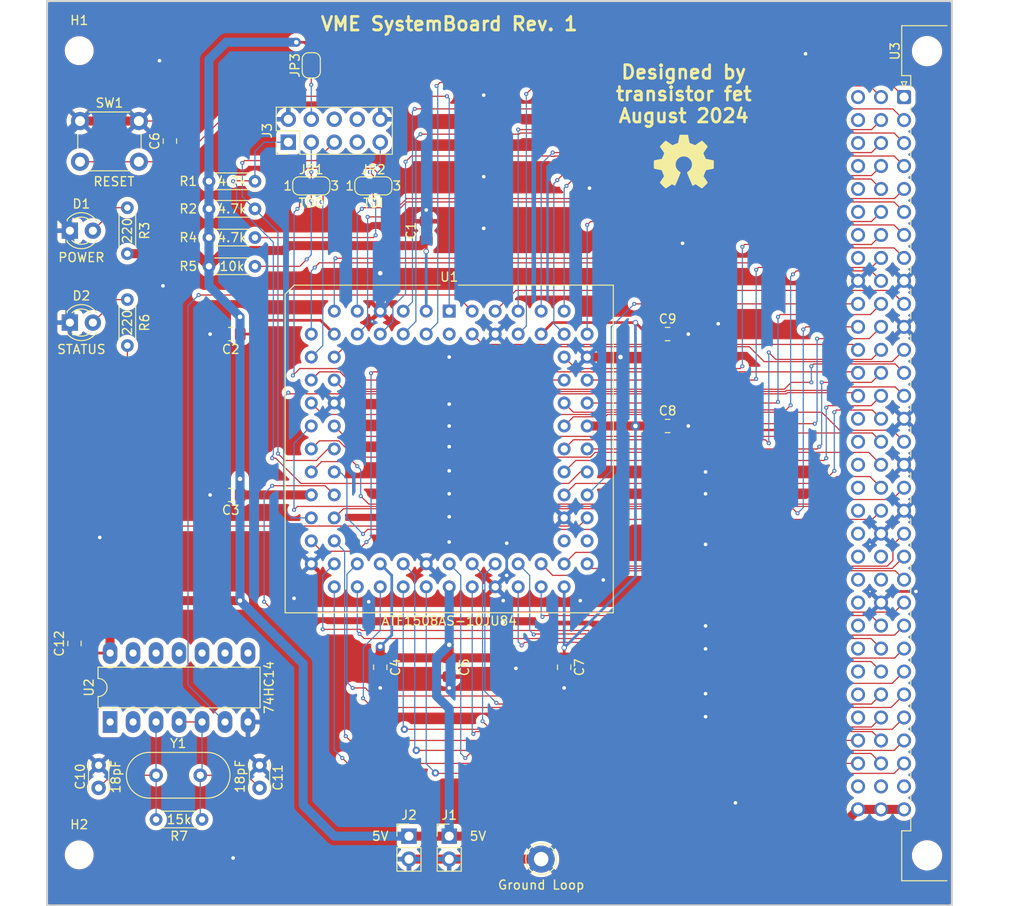
<source format=kicad_pcb>
(kicad_pcb (version 20240108) (generator "pcbnew") (generator_version "8.0")
  (title_block (title "VME SystemBoard") (rev "1"))
  (layers (0 "F.Cu" signal) (31 "B.Cu" signal) (34 "B.Paste" user) (35 "F.Paste" user) (36 "B.SilkS" user "B.Silkscreen") (37 "F.SilkS" user "F.Silkscreen") (38 "B.Mask" user) (39 "F.Mask" user) (44 "Edge.Cuts" user))
  (net 0 "")
  (net 1 "+5V")
  (net 2 "GND")
  (net 3 "Net-(C10-Pad1)")
  (net 4 "Net-(C11-Pad1)")
  (net 5 "~{RESET}")
  (net 6 "Net-(D1-A)")
  (net 7 "TMS")
  (net 8 "TCK")
  (net 9 "TDO")
  (net 10 "TDI")
  (net 11 "Net-(D2-A)")
  (net 12 "~{BBSY}")
  (net 13 "~{BR3}")
  (net 14 "~{IRQ6}")
  (net 15 "~{IACKOUT}")
  (net 16 "~{IRQ1}")
  (net 17 "~{BG3OUT}")
  (net 18 "~{BG3IN}")
  (net 19 "~{BG0IN}")
  (net 20 "~{BCLR}")
  (net 21 "~{SYSRESET}")
  (net 23 "~{BR1}")
  (net 24 "~{BG1IN}")
  (net 26 "~{IRQ3}")
  (net 27 "~{BG2OUT}")
  (net 28 "STATUSLED")
  (net 29 "~{IACKIN}")
  (net 30 "~{IRQ2}")
  (net 31 "~{IRQ7}")
  (net 32 "~{BG0OUT}")
  (net 33 "~{SYSFAIL}")
  (net 34 "~{IRQ5}")
  (net 35 "~{IRQ4}")
  (net 36 "~{BR0}")
  (net 38 "SYSCLK")
  (net 39 "~{BG2IN}")
  (net 40 "~{BG1OUT}")
  (net 41 "~{ACFAIL}")
  (net 42 "~{BR2}")
  (net 43 "~{IACK}")
  (net 44 "CLK")
  (net 67 "A8")
  (net 71 "A9")
  (net 74 "Net-(J3-Pin_9)")
  (net 75 "D3")
  (net 76 "AM0")
  (net 77 "~{DTACK}")
  (net 78 "D2")
  (net 79 "~{AS}")
  (net 80 "AM4")
  (net 81 "AM5")
  (net 82 "~{WRITE}")
  (net 83 "D1")
  (net 84 "AM1")
  (net 85 "D4")
  (net 86 "D6")
  (net 87 "A7")
  (net 88 "D0")
  (net 89 "~{LWORD}")
  (net 90 "A1")
  (net 91 "A2")
  (net 92 "A4")
  (net 93 "AM3")
  (net 94 "A5")
  (net 95 "A6")
  (net 96 "~{DS1}")
  (net 97 "A3")
  (net 98 "~{DS0}")
  (net 99 "D5")
  (net 100 "AM2")
  (net 101 "D7")
  (net 102 "~{BERR}")
  (net 104 "Net-(J3-Pin_4)")
  (net 107 "Net-(J3-Pin_3)")
  (footprint "Connector_DIN:DIN41612_C_3x32_Male_Horizontal_THT" (layer "F.Cu") (at 132.8 36.03 -90)
    (property "Reference" "U3")
    (property "Value" "VME64-P1-3R")
  )
  (footprint "Connector_PinHeader_2.54mm:PinHeader_2x05_P2.54mm_Vertical" (layer "F.Cu") (at 64.77 41.021 90)
    (property "Reference" "J3")
    (property "Value" "JTAG")
  )
  (footprint "Crystal:Crystal_HC49-4H_Vertical" (layer "F.Cu") (at 50.165 110.998)
    (property "Reference" "Y1")
    (property "Value" "Crystal")
  )
  (footprint "Resistor_THT:R_Axial_DIN0204_L3.6mm_D1.6mm_P5.08mm_Horizontal" (layer "F.Cu") (at 56.007 48.387)
    (property "Reference" "R2")
    (property "Value" "4.7k")
  )
  (footprint "LED_THT:LED_D3.0mm" (layer "F.Cu") (at 40.64 50.8)
    (property "Reference" "D1")
    (property "Value" "POWER")
  )
  (footprint "TestPoint:TestPoint_Loop_D2.60mm_Drill1.6mm_Beaded" (layer "F.Cu") (at 92.71 120.269)
    (property "Reference" "TP1")
    (property "Value" "Ground Loop")
  )
  (footprint "MountingHole:MountingHole_2.7mm_M2.5_DIN965" (layer "F.Cu") (at 41.67 30.9)
    (property "Reference" "H1")
    (property "Value" "MountingHole" (hide yes))
  )
  (footprint "Capacitor_THT:C_Disc_D3.0mm_W2.0mm_P2.50mm" (layer "F.Cu") (at 61.595 112.395 90)
    (property "Reference" "C11")
    (property "Value" "18pF")
  )
  (footprint "LED_THT:LED_D3.0mm" (layer "F.Cu") (at 40.64 60.96)
    (property "Reference" "D2")
    (property "Value" "STATUS")
  )
  (footprint "Capacitor_SMD:C_0805_2012Metric_Pad1.18x1.45mm_HandSolder" (layer "F.Cu") (at 82.55 99.06 -90)
    (property "Reference" "C5")
    (property "Value" "0.1uF")
  )
  (footprint "Capacitor_SMD:C_0805_2012Metric_Pad1.18x1.45mm_HandSolder" (layer "F.Cu") (at 106.68 72.39)
    (property "Reference" "C8")
    (property "Value" "0.1uF")
  )
  (footprint "Capacitor_SMD:C_0805_2012Metric_Pad1.18x1.45mm_HandSolder" (layer "F.Cu") (at 80.01 50.8 90)
    (property "Reference" "C1")
    (property "Value" "0.1uF")
  )
  (footprint "Resistor_THT:R_Axial_DIN0204_L3.6mm_D1.6mm_P5.08mm_Horizontal" (layer "F.Cu") (at 56.007 45.339)
    (property "Reference" "R1")
    (property "Value" "4.7k")
  )
  (footprint "Resistor_THT:R_Axial_DIN0204_L3.6mm_D1.6mm_P5.08mm_Horizontal" (layer "F.Cu") (at 46.99 63.5 90)
    (property "Reference" "R6")
    (property "Value" "220")
  )
  (footprint "Resistor_THT:R_Axial_DIN0204_L3.6mm_D1.6mm_P5.08mm_Horizontal" (layer "F.Cu") (at 56.007 51.562)
    (property "Reference" "R4")
    (property "Value" "4.7k")
  )
  (footprint "Resistor_THT:R_Axial_DIN0204_L3.6mm_D1.6mm_P5.08mm_Horizontal" (layer "F.Cu") (at 55.245 115.8875 180)
    (property "Reference" "R7")
    (property "Value" "15k")
  )
  (footprint "Resistor_THT:R_Axial_DIN0204_L3.6mm_D1.6mm_P5.08mm_Horizontal" (layer "F.Cu") (at 56.007 54.737)
    (property "Reference" "R5")
    (property "Value" "10k")
  )
  (footprint "Capacitor_SMD:C_0805_2012Metric_Pad1.18x1.45mm_HandSolder" (layer "F.Cu") (at 106.68 62.23)
    (property "Reference" "C9")
    (property "Value" "0.1uF")
  )
  (footprint "Jumper:SolderJumper-2_P1.3mm_Open_RoundedPad1.0x1.5mm" (layer "F.Cu") (at 67.31 32.527 90)
    (property "Reference" "JP3")
    (property "Value" "Vcc")
  )
  (footprint "Capacitor_SMD:C_0805_2012Metric_Pad1.18x1.45mm_HandSolder" (layer "F.Cu") (at 51.689 40.894 90)
    (property "Reference" "C6")
    (property "Value" "0.1uF")
  )
  (footprint "Jumper:SolderJumper-3_P1.3mm_Bridged12_RoundedPad1.0x1.5mm_NumberLabels" (layer "F.Cu") (at 67.31 45.847)
    (property "Reference" "JP1")
    (property "Value" "TDO")
  )
  (footprint "Capacitor_SMD:C_0805_2012Metric_Pad1.18x1.45mm_HandSolder" (layer "F.Cu") (at 41.148 96.435 90)
    (property "Reference" "C12")
    (property "Value" "0.1uF")
  )
  (footprint "Symbol:OSHW-Symbol_6.7x6mm_SilkScreen" (layer "F.Cu") (at 108.458 43.18)
    (property "Reference" "S1" (hide yes))
    (property "Value" "Logo_Open_Hardware_Small" (hide yes))
  )
  (footprint "Button_Switch_THT:SW_PUSH_6mm" (layer "F.Cu") (at 41.76 38.68)
    (property "Reference" "SW1")
    (property "Value" "RESET")
  )
  (footprint "Connector_PinHeader_2.54mm:PinHeader_1x02_P2.54mm_Vertical" (layer "F.Cu") (at 82.55 117.729)
    (property "Reference" "J1")
    (property "Value" "5V")
  )
  (footprint "Capacitor_SMD:C_0805_2012Metric_Pad1.18x1.45mm_HandSolder" (layer "F.Cu") (at 95.25 99.06 -90)
    (property "Reference" "C7")
    (property "Value" "0.1uF")
  )
  (footprint "Capacitor_SMD:C_0805_2012Metric_Pad1.18x1.45mm_HandSolder" (layer "F.Cu") (at 58.42 62.23 180)
    (property "Reference" "C2")
    (property "Value" "0.1uF")
  )
  (footprint "Capacitor_THT:C_Disc_D3.0mm_W2.0mm_P2.50mm" (layer "F.Cu") (at 43.815 112.395 90)
    (property "Reference" "C10")
    (property "Value" "18pF")
  )
  (footprint "Capacitor_SMD:C_0805_2012Metric_Pad1.18x1.45mm_HandSolder" (layer "F.Cu") (at 58.42 80.01 180)
    (property "Reference" "C3")
    (property "Value" "0.1uF")
  )
  (footprint "Package_LCC:PLCC-84_THT-Socket" (layer "F.Cu") (at 82.55 59.69)
    (property "Reference" "U1")
    (property "Value" "ATF1508AS-10JU84")
  )
  (footprint "Connector_PinHeader_2.54mm:PinHeader_1x02_P2.54mm_Vertical" (layer "F.Cu") (at 78.105 117.729)
    (property "Reference" "J2")
    (property "Value" "5V")
  )
  (footprint "Package_DIP:DIP-14_W7.62mm_LongPads" (layer "F.Cu") (at 45.08 105.1075 90)
    (property "Reference" "U2")
    (property "Value" "74HC14")
  )
  (footprint "Resistor_THT:R_Axial_DIN0204_L3.6mm_D1.6mm_P5.08mm_Horizontal" (layer "F.Cu") (at 46.99 53.34 90)
    (property "Reference" "R3")
    (property "Value" "220")
  )
  (footprint "MountingHole:MountingHole_2.7mm_M2.5_DIN965" (layer "F.Cu") (at 41.67 119.8)
    (property "Reference" "H2")
    (property "Value" "MountingHole" (hide yes))
  )
  (footprint "Capacitor_SMD:C_0805_2012Metric_Pad1.18x1.45mm_HandSolder" (layer "F.Cu") (at 74.93 99.06 -90)
    (property "Reference" "C4")
    (property "Value" "0.1uF")
  )
  (footprint "Jumper:SolderJumper-3_P1.3mm_Bridged12_RoundedPad1.0x1.5mm_NumberLabels" (layer "F.Cu") (at 74.168 45.847)
    (property "Reference" "JP2")
    (property "Value" "TDI")
  )
  (gr_rect (start 38.1 25.4) (end 138.1 125.4) (stroke (width 0.2)) (fill none) (layer "Edge.Cuts"))
  (gr_text "Designed by\ntransistor fet\nAugust 2024" (at 108.458 35.687 0) (layer "F.SilkS") (effects (font (size 1.5 1.5) (thickness 0.3))))
  (gr_text "VME SystemBoard Rev. 1\n" (at 82.55 27.94 0) (layer "F.SilkS") (effects (font (size 1.5 1.5) (thickness 0.3))))
  (segment (start 78.105 117.856) (end 77.978 117.983) (width 1) (layer "F.Cu") (net 1))
  (segment (start 59.436 79.9885) (end 59.4575 80.01) (width 1) (layer "F.Cu") (net 1))
  (segment (start 78.105 117.729) (end 78.105 117.856) (width 1) (layer "F.Cu") (net 1))
  (segment (start 41.163 97.4875) (end 41.148 97.4725) (width 0.3) (layer "F.Cu") (net 1))
  (segment (start 45.08 97.4875) (end 41.163 97.4875) (width 0.3) (layer "F.Cu") (net 1))
  (segment (start 82.55 117.729) (end 124.761 117.729) (width 1) (layer "F.Cu") (net 1))
  (segment (start 62.103 60.706) (end 68.326 60.706) (width 0.3) (layer "F.Cu") (net 1))
  (segment (start 124.761 117.729) (end 127.72 114.77) (width 1) (layer "F.Cu") (net 1))
  (segment (start 130.26 114.77) (end 132.8 114.77) (width 1) (layer "F.Cu") (net 1))
  (segment (start 66.548 29.972) (end 65.659 29.972) (width 0.3) (layer "F.Cu") (net 1))
  (segment (start 80.01 51.8375) (end 80.01 53.086) (width 0.3) (layer "F.Cu") (net 1))
  (segment (start 60.579 62.23) (end 62.103 60.706) (width 0.3) (layer "F.Cu") (net 1))
  (segment (start 78.105 117.729) (end 82.55 117.729) (width 1) (layer "F.Cu") (net 1))
  (segment (start 82.55 98.0225) (end 95.25 98.0225) (width 1) (layer "F.Cu") (net 1))
  (segment (start 95.25 98.0225) (end 95.25 96.901) (width 0.3) (layer "F.Cu") (net 1))
  (segment (start 64.262 52.994) (end 64.805 52.451) (width 1) (layer "F.Cu") (net 1))
  (segment (start 56.007 54.737) (end 57.75 52.994) (width 1) (layer "F.Cu") (net 1))
  (segment (start 67.31 31.877) (end 67.31 30.734) (width 0.3) (layer "F.Cu") (net 1))
  (segment (start 59.436 78.232) (end 59.436 79.9885) (width 1) (layer "F.Cu") (net 1))
  (segment (start 105.6425 62.23) (end 104.394 62.23) (width 0.3) (layer "F.Cu") (net 1))
  (segment (start 97.79 72.39) (end 103.124 72.39) (width 1) (layer "F.Cu") (net 1))
  (segment (start 54.61 53.34) (end 56.007 54.737) (width 1) (layer "F.Cu") (net 1))
  (segment (start 82.55 98.0225) (end 74.93 98.0225) (width 1) (layer "F.Cu") (net 1))
  (segment (start 59.436 60.325) (end 59.436 62.2085) (width 1) (layer "F.Cu") (net 1))
  (segment (start 67.31 80.01) (end 59.4575 80.01) (width 1) (layer "F.Cu") (net 1))
  (segment (start 127.72 114.77) (end 130.26 114.77) (width 1) (layer "F.Cu") (net 1))
  (segment (start 45.08 94.874) (end 45.08 97.4875) (width 1) (layer "F.Cu") (net 1))
  (segment (start 48.26 91.694) (end 45.08 94.874) (width 1) (layer "F.Cu") (net 1))
  (segment (start 74.93 98.0225) (end 74.93 96.774) (width 1) (layer "F.Cu") (net 1))
  (segment (start 46.99 53.34) (end 54.61 53.34) (width 1) (layer "F.Cu") (net 1))
  (segment (start 57.75 52.994) (end 64.262 52.994) (width 1) (layer "F.Cu") (net 1))
  (segment (start 67.31 30.734) (end 66.548 29.972) (width 0.3) (layer "F.Cu") (net 1))
  (segment (start 59.4575 62.23) (end 60.579 62.23) (width 0.3) (layer "F.Cu") (net 1))
  (segment (start 82.55 96.5755) (end 82.55 98.0225) (width 1) (layer "F.Cu") (net 1))
  (segment (start 93.98 60.96) (end 92.71 62.23) (width 0.3) (layer "F.Cu") (net 1))
  (segment (start 59.436 62.2085) (end 59.4575 62.23) (width 1) (layer "F.Cu") (net 1))
  (segment (start 59.436 91.694) (end 48.26 91.694) (width 1) (layer "F.Cu") (net 1))
  (segment (start 68.326 60.706) (end 69.85 62.23) (width 0.3) (layer "F.Cu") (net 1))
  (segment (start 64.805 52.451) (end 79.3965 52.451) (width 1) (layer "F.Cu") (net 1))
  (segment (start 104.394 62.23) (end 103.124 60.96) (width 0.3) (layer "F.Cu") (net 1))
  (segment (start 103.124 60.96) (end 93.98 60.96) (width 0.3) (layer "F.Cu") (net 1))
  (segment (start 103.124 72.39) (end 105.6425 72.39) (width 1) (layer "F.Cu") (net 1))
  (segment (start 79.3965 52.451) (end 80.01 51.8375) (width 1) (layer "F.Cu") (net 1))
  (via (at 82.55 96.5755) (size 1) (drill 0.5) (layers "F.Cu" "B.Cu") (net 1))
  (via (at 59.436 60.325) (size 1) (drill 0.5) (layers "F.Cu" "B.Cu") (net 1))
  (via (at 95.25 96.901) (size 0.6) (drill 0.4) (layers "F.Cu" "B.Cu") (net 1))
  (via (at 74.93 96.774) (size 1) (drill 0.5) (layers "F.Cu" "B.Cu") (net 1))
  (via (at 80.01 53.086) (size 0.6) (drill 0.4) (layers "F.Cu" "B.Cu") (net 1))
  (via (at 65.659 29.972) (size 1) (drill 0.5) (layers "F.Cu" "B.Cu") (net 1))
  (via (at 103.124 72.39) (size 1) (drill 0.5) (layers "F.Cu" "B.Cu") (net 1))
  (via (at 103.124 60.96) (size 0.6) (drill 0.4) (layers "F.Cu" "B.Cu") (net 1))
  (via (at 59.436 78.232) (size 1) (drill 0.5) (layers "F.Cu" "B.Cu") (net 1))
  (via (at 59.436 91.694) (size 1) (drill 0.5) (layers "F.Cu" "B.Cu") (net 1))
  (segment (start 76.2 95.504) (end 76.2 88.9) (width 0.3) (layer "B.Cu") (net 1))
  (segment (start 69.85 117.729) (end 78.105 117.729) (width 1) (layer "B.Cu") (net 1))
  (segment (start 66.421 114.3) (end 69.85 117.729) (width 1) (layer "B.Cu") (net 1))
  (segment (start 81.153 102.235) (end 82.55 103.632) (width 1) (layer "B.Cu") (net 1))
  (segment (start 80.01 53.086) (end 80.01 59.69) (width 0.3) (layer "B.Cu") (net 1))
  (segment (start 56.007 51.562) (end 56.007 54.737) (width 1) (layer "B.Cu") (net 1))
  (segment (start 56.007 54.737) (end 56.007 56.896) (width 1) (layer "B.Cu") (net 1))
  (segment (start 56.007 48.387) (end 56.007 51.562) (width 1) (layer "B.Cu") (net 1))
  (segment (start 57.912 29.972) (end 65.659 29.972) (width 1) (layer "B.Cu") (net 1))
  (segment (start 95.25 96.901) (end 95.25 90.17) (width 0.3) (layer "B.Cu") (net 1))
  (segment (start 76.2 88.9) (end 74.93 87.63) (width 0.3) (layer "B.Cu") (net 1))
  (segment (start 82.55 96.5755) (end 82.55 90.17) (width 1) (layer "B.Cu") (net 1))
  (segment (start 81.153 97.9725) (end 81.153 102.235) (width 1) (layer "B.Cu") (net 1))
  (segment (start 59.436 78.232) (end 59.436 91.694) (width 1) (layer "B.Cu") (net 1))
  (segment (start 95.25 96.901) (end 103.124 89.027) (width 0.3) (layer "B.Cu") (net 1))
  (segment (start 82.55 96.5755) (end 81.153 97.9725) (width 1) (layer "B.Cu") (net 1))
  (segment (start 82.55 103.632) (end 82.55 117.729) (width 1) (layer "B.Cu") (net 1))
  (segment (start 103.124 89.027) (end 103.124 72.39) (width 0.3) (layer "B.Cu") (net 1))
  (segment (start 56.007 45.339) (end 56.007 31.877) (width 1) (layer "B.Cu") (net 1))
  (segment (start 56.007 31.877) (end 57.912 29.972) (width 1) (layer "B.Cu") (net 1))
  (segment (start 103.124 60.96) (end 103.124 72.39) (width 0.3) (layer "B.Cu") (net 1))
  (segment (start 74.93 96.774) (end 76.2 95.504) (width 0.3) (layer "B.Cu") (net 1))
  (segment (start 56.007 45.339) (end 56.007 48.387) (width 1) (layer "B.Cu") (net 1))
  (segment (start 56.007 56.896) (end 59.436 60.325) (width 1) (layer "B.Cu") (net 1))
  (segment (start 59.436 60.325) (end 59.436 78.232) (width 1) (layer "B.Cu") (net 1))
  (segment (start 59.436 91.694) (end 66.421 98.679) (width 1) (layer "B.Cu") (net 1))
  (segment (start 66.421 98.679) (end 66.421 114.3) (width 1) (layer "B.Cu") (net 1))
  (segment (start 78.105 120.269) (end 82.55 120.269) (width 1) (layer "F.Cu") (net 2))
  (segment (start 74.93 100.0975) (end 74.93 101.346) (width 0.3) (layer "F.Cu") (net 2))
  (segment (start 134.112 90.678) (end 131.492 90.678) (width 0.3) (layer "F.Cu") (net 2))
  (segment (start 80.01 49.7625) (end 80.01 48.514) (width 0.3) (layer "F.Cu") (net 2))
  (segment (start 107.7175 62.23) (end 108.966 62.23) (width 0.3) (layer "F.Cu") (net 2))
  (segment (start 97.79 64.77) (end 101.473 64.77) (width 1) (layer "F.Cu") (net 2))
  (segment (start 48.26 38.68) (end 50.5125 38.68) (width 0.127) (layer "F.Cu") (net 2))
  (segment (start 95.25 100.0975) (end 95.25 101.346) (width 0.3) (layer "F.Cu") (net 2))
  (segment (start 82.55 120.269) (end 92.71 120.269) (width 1) (layer "F.Cu") (net 2))
  (segment (start 107.7175 72.39) (end 108.966 72.39) (width 0.3) (layer "F.Cu") (net 2))
  (segment (start 57.3825 80.01) (end 56.134 80.01) (width 0.3) (layer "F.Cu") (net 2))
  (segment (start 57.3825 62.23) (end 56.134 62.23) (width 0.3) (layer "F.Cu") (net 2))
  (segment (start 131.492 90.678) (end 130.26 91.91) (width 0.3) (layer "F.Cu") (net 2))
  (segment (start 50.5125 38.68) (end 51.689 39.8565) (width 0.127) (layer "F.Cu") (net 2))
  (segment (start 82.55 100.0975) (end 82.55 101.346) (width 0.3) (layer "F.Cu") (net 2))
  (segment (start 41.76 38.68) (end 48.26 38.68) (width 1) (layer "F.Cu") (net 2))
  (via (at 65.405 91.44) (size 0.6) (drill 0.4) (layers "F.Cu" "B.Cu") (net 2))
  (via (at 82.55 69.977) (size 0.6) (drill 0.4) (layers "F.Cu" "B.Cu") (net 2))
  (via (at 88.519 94.107) (size 0.6) (drill 0.4) (layers "F.Cu" "B.Cu") (net 2))
  (via (at 86.36 35.814) (size 0.6) (drill 0.4) (layers "F.Cu" "B.Cu") (net 2))
  (via (at 86.36 44.831) (size 0.6) (drill 0.4) (layers "F.Cu" "B.Cu") (net 2))
  (via (at 110.871 97.028) (size 0.6) (drill 0.4) (layers "F.Cu" "B.Cu") (net 2))
  (via (at 101.473 64.77) (size 1) (drill 0.5) (layers "F.Cu" "B.Cu") (net 2))
  (via (at 86.36 50.546) (size 0.6) (drill 0.4) (layers "F.Cu" "B.Cu") (net 2))
  (via (at 129.032 85.471) (size 0.45) (drill 0.2) (layers "F.Cu" "B.Cu") (net 2))
  (via (at 82.55 82.423) (size 0.6) (drill 0.4) (layers "F.Cu" "B.Cu") (net 2))
  (via (at 112.268 61.087) (size 0.6) (drill 0.4) (layers "F.Cu" "B.Cu") (net 2))
  (via (at 89.916 99.187) (size 0.6) (drill 0.4) (layers "F.Cu" "B.Cu") (net 2))
  (via (at 108.966 72.39) (size 0.6) (drill 0.4) (layers "F.Cu" "B.Cu") (net 2))
  (via (at 82.55 64.77) (size 0.6) (drill 0.4) (layers "F.Cu" "B.Cu") (net 2))
  (via (at 56.134 80.01) (size 0.6) (drill 0.4) (layers "F.Cu" "B.Cu") (net 2))
  (via (at 82.55 79.883) (size 0.6) (drill 0.4) (layers "F.Cu" "B.Cu") (net 2))
  (via (at 98.044 46.101) (size 0.6) (drill 0.4) (layers "F.Cu" "B.Cu") (net 2))
  (via (at 58.674 120.142) (size 0.6) (drill 0.4) (layers "F.Cu" "B.Cu") (net 2))
  (via (at 108.966 62.23) (size 0.6) (drill 0.4) (layers "F.Cu" "B.Cu") (net 2))
  (via (at 88.519 91.694) (size 0.6) (drill 0.4) (layers "F.Cu" "B.Cu") (net 2))
  (via (at 82.55 85.217) (size 0.6) (drill 0.4) (layers "F.Cu" "B.Cu") (net 2))
  (via (at 74.041 60.833) (size 0.45) (drill 0.2) (layers "F.Cu" "B.Cu") (net 2))
  (via (at 82.55 77.343) (size 0.6) (drill 0.4) (layers "F.Cu" "B.Cu") (net 2))
  (via (at 74.93 101.346) (size 0.6) (drill 0.4) (layers "F.Cu" "B.Cu") (net 2))
  (via (at 97.028 91.694) (size 0.6) (drill 0.4) (layers "F.Cu" "B.Cu") (net 2))
  (via (at 88.9 88.9) (size 0.6) (drill 0.4) (layers "F.Cu" "B.Cu") (net 2))
  (via (at 80.01 48.514) (size 0.6) (drill 0.4) (layers "F.Cu" "B.Cu") (net 2))
  (via (at 50.927 56.896) (size 0.6) (drill 0.4) (layers "F.Cu" "B.Cu") (net 2))
  (via (at 134.112 90.678) (size 0.6) (drill 0.4) (layers "F.Cu" "B.Cu") (net 2))
  (via (at 110.871 94.488) (size 0.6) (drill 0.4) (layers "F.Cu" "B.Cu") (net 2))
  (via (at 82.55 74.676) (size 0.6) (drill 0.4) (layers "F.Cu" "B.Cu") (net 2))
  (via (at 95.25 101.346) (size 0.6) (drill 0.4) (layers "F.Cu" "B.Cu") (net 2))
  (via (at 82.55 101.346) (size 0.6) (drill 0.4) (layers "F.Cu" "B.Cu") (net 2))
  (via (at 88.9 85.344) (size 0.6) (drill 0.4) (layers "F.Cu" "B.Cu") (net 2))
  (via (at 56.134 62.23) (size 0.6) (drill 0.4) (layers "F.Cu" "B.Cu") (net 2))
  (via (at 73.66 91.821) (size 0.6) (drill 0.4) (layers "F.Cu" "B.Cu") (net 2))
  (via (at 82.55 72.39) (size 0.6) (drill 0.4) (layers "F.Cu" "B.Cu") (net 2))
  (via (at 110.871 104.521) (size 0.6) (drill 0.4) (layers "F.Cu" "B.Cu") (net 2))
  (via (at 99.568 89.408) (size 0.6) (drill 0.4) (layers "F.Cu" "B.Cu") (net 2))
  (via (at 74.93 55.499) (size 1) (drill 0.5) (layers "F.Cu" "B.Cu") (net 2))
  (via (at 121.92 31.242) (size 0.6) (drill 0.4) (layers "F.Cu" "B.Cu") (net 2))
  (via (at 110.871 77.47) (size 0.6) (drill 0.4) (layers "F.Cu" "B.Cu") (net 2))
  (via (at 110.871 85.471) (size 0.6) (drill 0.4) (layers "F.Cu" "B.Cu") (net 2))
  (via (at 114.173 114.046) (size 0.6) (drill 0.4) (layers "F.Cu" "B.Cu") (net 2))
  (via (at 129.032 90.678) (size 0.45) (drill 0.2) (layers "F.Cu" "B.Cu") (net 2))
  (via (at 108.331 52.197) (size 0.6) (drill 0.4) (layers "F.Cu" "B.Cu") (net 2))
  (via (at 110.871 79.883) (size 0.6) (drill 0.4) (layers "F.Cu" "B.Cu") (net 2))
  (via (at 43.942 84.709) (size 0.6) (drill 0.4) (layers "F.Cu" "B.Cu") (net 2))
  (via (at 50.546 32.004) (size 0.6) (drill 0.4) (layers "F.Cu" "B.Cu") (net 2))
  (via (at 110.871 101.981) (size 0.6) (drill 0.4) (layers "F.Cu" "B.Cu") (net 2))
  (segment (start 40.64 50.8) (end 40.64 50.292) (width 1) (layer "B.Cu") (net 2))
  (segment (start 39.497 49.149) (end 39.497 40.943) (width 1) (layer "B.Cu") (net 2))
  (segment (start 74.93 55.499) (end 74.93 55.626) (width 1) (layer "B.Cu") (net 2))
  (segment (start 74.93 59.69) (end 74.93 55.499) (width 1) (layer "B.Cu") (net 2))
  (segment (start 40.64 50.292) (end 39.497 49.149) (width 1) (layer "B.Cu") (net 2))
  (segment (start 40.64 60.96) (end 40.64 50.8) (width 1) (layer "B.Cu") (net 2))
  (segment (start 39.497 40.943) (end 41.76 38.68) (width 1) (layer "B.Cu") (net 2))
  (segment (start 88.9 88.9) (end 88.9 85.344) (width 0.3) (layer "B.Cu") (net 2))
  (segment (start 50.165 110.998) (end 45.212 110.998) (width 0.127) (layer "F.Cu") (net 3))
  (segment (start 45.212 110.998) (end 43.815 112.395) (width 0.127) (layer "F.Cu") (net 3))
  (segment (start 50.16 110.993) (end 50.165 110.998) (width 0.127) (layer "B.Cu") (net 3))
  (segment (start 50.165 110.998) (end 50.165 115.8875) (width 0.127) (layer "B.Cu") (net 3))
  (segment (start 50.16 105.1075) (end 50.16 110.993) (width 0.127) (layer "B.Cu") (net 3))
  (segment (start 52.7 105.1075) (end 55.24 105.1075) (width 0.127) (layer "F.Cu") (net 4))
  (segment (start 60.198 110.998) (end 61.595 112.395) (width 0.127) (layer "F.Cu") (net 4))
  (segment (start 55.045 110.998) (end 60.198 110.998) (width 0.127) (layer "F.Cu") (net 4))
  (segment (start 55.045 110.998) (end 55.045 115.6875) (width 0.127) (layer "B.Cu") (net 4))
  (segment (start 55.24 110.803) (end 55.045 110.998) (width 0.127) (layer "B.Cu") (net 4))
  (segment (start 55.045 115.6875) (end 55.245 115.8875) (width 0.127) (layer "B.Cu") (net 4))
  (segment (start 55.24 105.1075) (end 55.24 110.803) (width 0.127) (layer "B.Cu") (net 4))
  (segment (start 59.944 35.941) (end 53.9535 41.9315) (width 0.127) (layer "F.Cu") (net 5))
  (segment (start 41.76 43.18) (end 48.26 43.18) (width 0.127) (layer "F.Cu") (net 5))
  (segment (start 50.4405 43.18) (end 51.689 41.9315) (width 0.127) (layer "F.Cu") (net 5))
  (segment (start 82.296 35.941) (end 59.944 35.941) (width 0.127) (layer "F.Cu") (net 5))
  (segment (start 53.9535 41.9315) (end 51.689 41.9315) (width 0.127) (layer "F.Cu") (net 5))
  (segment (start 48.26 43.18) (end 50.4405 43.18) (width 0.127) (layer "F.Cu") (net 5))
  (via (at 82.296 35.941) (size 0.45) (drill 0.2) (layers "F.Cu" "B.Cu") (net 5))
  (segment (start 82.55 59.69) (end 82.55 36.195) (width 0.127) (layer "B.Cu") (net 5))
  (segment (start 82.55 36.195) (end 82.296 35.941) (width 0.127) (layer "B.Cu") (net 5))
  (segment (start 43.18 50.8) (end 45.72 48.26) (width 0.127) (layer "F.Cu") (net 6))
  (segment (start 45.72 48.26) (end 46.99 48.26) (width 0.127) (layer "F.Cu") (net 6))
  (segment (start 67.8815 76.2) (end 69.1515 74.93) (width 0.127) (layer "F.Cu") (net 7))
  (segment (start 69.1515 74.93) (end 69.85 74.93) (width 0.127) (layer "F.Cu") (net 7))
  (segment (start 63.627 75.438) (end 64.389 76.2) (width 0.127) (layer "F.Cu") (net 7))
  (segment (start 64.389 76.2) (end 67.8815 76.2) (width 0.127) (layer "F.Cu") (net 7))
  (segment (start 67.818 43.053) (end 69.85 41.021) (width 0.127) (layer "F.Cu") (net 7))
  (segment (start 59.944 43.053) (end 67.818 43.053) (width 0.127) (layer "F.Cu") (net 7))
  (segment (start 59.69 43.307) (end 59.944 43.053) (width 0.127) (layer "F.Cu") (net 7))
  (via (at 63.627 75.438) (size 0.45) (drill 0.2) (layers "F.Cu" "B.Cu") (net 7))
  (via (at 59.69 43.307) (size 0.45) (drill 0.2) (layers "F.Cu" "B.Cu") (net 7))
  (segment (start 63.627 75.438) (end 63.627 50.977) (width 0.127) (layer "B.Cu") (net 7))
  (segment (start 59.69 47.04) (end 59.69 43.307) (width 0.127) (layer "B.Cu") (net 7))
  (segment (start 63.627 50.977) (end 59.69 47.04) (width 0.127) (layer "B.Cu") (net 7))
  (segment (start 95.758 78.74) (end 97.028 77.47) (width 0.127) (layer "F.Cu") (net 8))
  (segment (start 63.373 75.946) (end 66.167 78.74) (width 0.127) (layer "F.Cu") (net 8))
  (segment (start 58.726 45.287) (end 61.087 45.287) (width 0.127) (layer "F.Cu") (net 8))
  (segment (start 58.674 45.339) (end 58.726 45.287) (width 0.127) (layer "F.Cu") (net 8))
  (segment (start 66.167 78.74) (end 95.758 78.74) (width 0.127) (layer "F.Cu") (net 8))
  (segment (start 97.028 77.47) (end 97.79 77.47) (width 0.127) (layer "F.Cu") (net 8))
  (segment (start 62.992 75.946) (end 63.373 75.946) (width 0.127) (layer "F.Cu") (net 8))
  (via (at 62.992 75.946) (size 0.45) (drill 0.2) (layers "F.Cu" "B.Cu") (net 8))
  (via (at 58.674 45.339) (size 0.45) (drill 0.2) (layers "F.Cu" "B.Cu") (net 8))
  (segment (start 61.087 42.037) (end 62.103 41.021) (width 0.127) (layer "B.Cu") (net 8))
  (segment (start 61.087 45.287) (end 61.087 42.037) (width 0.127) (layer "B.Cu") (net 8))
  (segment (start 62.992 75.692) (end 63.119 75.565) (width 0.127) (layer "B.Cu") (net 8))
  (segment (start 62.103 41.021) (end 64.77 41.021) (width 0.127) (layer "B.Cu") (net 8))
  (segment (start 63.119 75.565) (end 63.119 52.07) (width 0.127) (layer "B.Cu") (net 8))
  (segment (start 63.119 52.07) (end 59.055 48.006) (width 0.127) (layer "B.Cu") (net 8))
  (segment (start 59.055 45.72) (end 58.674 45.339) (width 0.127) (layer "B.Cu") (net 8))
  (segment (start 59.055 48.006) (end 59.055 45.72) (width 0.127) (layer "B.Cu") (net 8))
  (segment (start 62.992 75.946) (end 62.992 75.692) (width 0.127) (layer "B.Cu") (net 8))
  (segment (start 71.755 67.31) (end 95.25 67.31) (width 0.127) (layer "F.Cu") (net 9))
  (segment (start 65.278 66.802) (end 66.04 66.04) (width 0.127) (layer "F.Cu") (net 9))
  (segment (start 65.786 48.387) (end 66.01 48.163) (width 0.127) (layer "F.Cu") (net 9))
  (segment (start 66.8385 43.9055) (end 74.1315 43.9055) (width 0.127) (layer "F.Cu") (net 9))
  (segment (start 66.01 48.163) (end 66.01 45.847) (width 0.127) (layer "F.Cu") (net 9))
  (segment (start 66.01 45.847) (end 66.01 44.734) (width 0.127) (layer "F.Cu") (net 9))
  (segment (start 66.01 44.734) (end 66.8385 43.9055) (width 0.127) (layer "F.Cu") (net 9))
  (segment (start 70.485 66.04) (end 71.755 67.31) (width 0.127) (layer "F.Cu") (net 9))
  (segment (start 74.1315 43.9055) (end 75.468 45.242) (width 0.127) (layer "F.Cu") (net 9))
  (segment (start 66.04 66.04) (end 70.485 66.04) (width 0.127) (layer "F.Cu") (net 9))
  (segment (start 75.468 45.242) (end 75.468 45.847) (width 0.127) (layer "F.Cu") (net 9))
  (via (at 65.278 66.802) (size 0.45) (drill 0.2) (layers "F.Cu" "B.Cu") (net 9))
  (via (at 65.786 48.387) (size 0.45) (drill 0.2) (layers "F.Cu" "B.Cu") (net 9))
  (segment (start 65.405 48.768) (end 65.786 48.387) (width 0.127) (layer "B.Cu") (net 9))
  (segment (start 65.278 66.802) (end 65.405 66.675) (width 0.127) (layer "B.Cu") (net 9))
  (segment (start 65.405 66.675) (end 65.405 48.768) (width 0.127) (layer "B.Cu") (net 9))
  (segment (start 68.61 45.847) (end 68.61 47.468) (width 0.127) (layer "F.Cu") (net 10))
  (segment (start 68.61 45.847) (end 72.868 45.847) (width 0.127) (layer "F.Cu") (net 10))
  (segment (start 68.61 47.468) (end 68.453 47.625) (width 0.127) (layer "F.Cu") (net 10))
  (via (at 68.453 47.625) (size 0.45) (drill 0.2) (layers "F.Cu" "B.Cu") (net 10))
  (segment (start 68.453 47.625) (end 68.58 47.752) (width 0.127) (layer "B.Cu") (net 10))
  (segment (start 68.58 47.752) (end 68.58 63.5) (width 0.127) (layer "B.Cu") (net 10))
  (segment (start 68.58 63.5) (end 67.31 64.77) (width 0.127) (layer "B.Cu") (net 10))
  (segment (start 43.18 60.96) (end 45.72 58.42) (width 0.127) (layer "F.Cu") (net 11))
  (segment (start 45.72 58.42) (end 46.99 58.42) (width 0.127) (layer "F.Cu") (net 11))
  (segment (start 129.028 34.798) (end 91.948 34.798) (width 0.127) (layer "F.Cu") (net 12))
  (segment (start 130.26 36.03) (end 129.028 34.798) (width 0.127) (layer "F.Cu") (net 12))
  (segment (start 91.948 34.798) (end 91.059 35.687) (width 0.127) (layer "F.Cu") (net 12))
  (via (at 91.059 35.687) (size 0.45) (drill 0.2) (layers "F.Cu" "B.Cu") (net 12))
  (segment (start 91.0717 61.3283) (end 90.17 62.23) (width 0.127) (layer "B.Cu") (net 12))
  (segment (start 91.059 35.687) (end 91.0717 35.6997) (width 0.127) (layer "B.Cu") (net 12))
  (segment (start 91.0717 35.6997) (end 91.0717 61.3283) (width 0.127) (layer "B.Cu") (net 12))
  (segment (start 129.2945 70.6245) (end 130.26 71.59) (width 0.127) (layer "F.Cu") (net 13))
  (segment (start 125.095 77.343) (end 123.698 78.74) (width 0.127) (layer "F.Cu") (net 13))
  (segment (start 96.52 78.74) (end 95.25 80.01) (width 0.127) (layer "F.Cu") (net 13))
  (segment (start 125.3365 70.6245) (end 129.2945 70.6245) (width 0.127) (layer "F.Cu") (net 13))
  (segment (start 123.698 78.74) (end 96.52 78.74) (width 0.127) (layer "F.Cu") (net 13))
  (segment (start 125.095 70.866) (end 125.3365 70.6245) (width 0.127) (layer "F.Cu") (net 13))
  (via (at 125.095 77.343) (size 0.45) (drill 0.2) (layers "F.Cu" "B.Cu") (net 13))
  (via (at 125.095 70.866) (size 0.45) (drill 0.2) (layers "F.Cu" "B.Cu") (net 13))
  (segment (start 125.095 77.343) (end 125.095 70.866) (width 0.127) (layer "B.Cu") (net 13))
  (segment (start 91.8845 95.4405) (end 91.948 95.377) (width 0.127) (layer "F.Cu") (net 14))
  (segment (start 97.663 95.377) (end 98.171 95.885) (width 0.127) (layer "F.Cu") (net 14))
  (segment (start 129.155 95.885) (end 130.26 96.99) (width 0.127) (layer "F.Cu") (net 14))
  (segment (start 98.171 95.885) (end 129.155 95.885) (width 0.127) (layer "F.Cu") (net 14))
  (segment (start 91.948 95.377) (end 97.663 95.377) (width 0.127) (layer "F.Cu") (net 14))
  (via (at 91.8845 95.4405) (size 0.45) (drill 0.2) (layers "F.Cu" "B.Cu") (net 14))
  (segment (start 91.44 94.996) (end 91.44 88.9) (width 0.127) (layer "B.Cu") (net 14))
  (segment (start 91.8845 95.4405) (end 91.44 94.996) (width 0.127) (layer "B.Cu") (net 14))
  (segment (start 91.44 88.9) (end 90.17 87.63) (width 0.127) (layer "B.Cu") (net 14))
  (segment (start 99.314 88.392) (end 98.806 88.9) (width 0.127) (layer "F.Cu") (net 15))
  (segment (start 131.826 88.392) (end 99.314 88.392) (width 0.127) (layer "F.Cu") (net 15))
  (segment (start 93.98 88.9) (end 92.71 87.63) (width 0.127) (layer "F.Cu") (net 15))
  (segment (start 98.806 88.9) (end 93.98 88.9) (width 0.127) (layer "F.Cu") (net 15))
  (segment (start 132.8 89.366) (end 131.826 88.392) (width 0.127) (layer "F.Cu") (net 15))
  (segment (start 132.8 89.37) (end 132.8 89.366) (width 0.127) (layer "F.Cu") (net 15))
  (segment (start 84.836 108.585) (end 84.328 109.093) (width 0.127) (layer "F.Cu") (net 16))
  (segment (start 129.155 108.585) (end 84.836 108.585) (width 0.127) (layer "F.Cu") (net 16))
  (segment (start 130.26 109.69) (end 129.155 108.585) (width 0.127) (layer "F.Cu") (net 16))
  (via (at 84.328 109.093) (size 0.45) (drill 0.2) (layers "F.Cu" "B.Cu") (net 16))
  (segment (start 84.328 109.093) (end 83.82 108.585) (width 0.127) (layer "B.Cu") (net 16))
  (segment (start 83.82 88.9) (end 82.55 87.63) (width 0.127) (layer "B.Cu") (net 16))
  (segment (start 83.82 108.585) (end 83.82 88.9) (width 0.127) (layer "B.Cu") (net 16))
  (segment (start 100.03242 71.12) (end 109.601 71.12) (width 0.127) (layer "F.Cu") (net 17))
  (segment (start 123.19 62.738) (end 128.952 62.738) (width 0.127) (layer "F.Cu") (net 17))
  (segment (start 96.266 71.374) (end 99.77842 71.374) (width 0.127) (layer "F.Cu") (net 17))
  (segment (start 95.25 72.39) (end 96.266 71.374) (width 0.127) (layer "F.Cu") (net 17))
  (segment (start 128.952 62.738) (end 130.26 61.43) (width 0.127) (layer "F.Cu") (net 17))
  (segment (start 109.601 71.12) (end 110.617 72.136) (width 0.127) (layer "F.Cu") (net 17))
  (segment (start 110.617 72.136) (end 122.936 72.136) (width 0.127) (layer "F.Cu") (net 17))
  (segment (start 99.77842 71.374) (end 100.03242 71.12) (width 0.127) (layer "F.Cu") (net 17))
  (via (at 122.936 72.136) (size 0.45) (drill 0.2) (layers "F.Cu" "B.Cu") (net 17))
  (via (at 123.19 62.738) (size 0.45) (drill 0.2) (layers "F.Cu" "B.Cu") (net 17))
  (segment (start 122.936 72.136) (end 123.19 71.882) (width 0.127) (layer "B.Cu") (net 17))
  (segment (start 123.19 71.882) (end 123.19 62.738) (width 0.127) (layer "B.Cu") (net 17))
  (segment (start 97.79 69.85) (end 118.745 69.85) (width 0.127) (layer "F.Cu") (net 18))
  (segment (start 118.872 60.325) (end 119.126 60.071) (width 0.127) (layer "F.Cu") (net 18))
  (segment (start 129.079 60.071) (end 130.26 58.89) (width 0.127) (layer "F.Cu") (net 18))
  (segment (start 119.126 60.071) (end 129.079 60.071) (width 0.127) (layer "F.Cu") (net 18))
  (segment (start 118.745 69.85) (end 118.872 69.723) (width 0.127) (layer "F.Cu") (net 18))
  (via (at 118.872 60.325) (size 0.45) (drill 0.2) (layers "F.Cu" "B.Cu") (net 18))
  (via (at 118.872 69.723) (size 0.45) (drill 0.2) (layers "F.Cu" "B.Cu") (net 18))
  (segment (start 118.872 60.325) (end 118.872 69.723) (width 0.127) (layer "B.Cu") (net 18))
  (segment (start 94.996 44.704) (end 94.488 45.212) (width 0.127) (layer "F.Cu") (net 19))
  (segment (start 129.206 44.704) (end 94.996 44.704) (width 0.127) (layer "F.Cu") (net 19))
  (segment (start 130.26 43.65) (end 129.206 44.704) (width 0.127) (layer "F.Cu") (net 19))
  (via (at 94.488 45.212) (size 0.45) (drill 0.2) (layers "F.Cu" "B.Cu") (net 19))
  (segment (start 94.488 45.212) (end 94.107 45.593) (width 0.127) (layer "B.Cu") (net 19))
  (segment (start 94.107 61.087) (end 95.25 62.23) (width 0.127) (layer "B.Cu") (net 19))
  (segment (start 94.107 45.593) (end 94.107 61.087) (width 0.127) (layer "B.Cu") (net 19))
  (segment (start 129.206 39.624) (end 90.17 39.624) (width 0.127) (layer "F.Cu") (net 20))
  (segment (start 130.26 38.57) (end 129.206 39.624) (width 0.127) (layer "F.Cu") (net 20))
  (via (at 90.17 39.624) (size 0.45) (drill 0.2) (layers "F.Cu" "B.Cu") (net 20))
  (segment (start 90.17 39.624) (end 90.17 59.69) (width 0.127) (layer "B.Cu") (net 20))
  (segment (start 127.72 63.97) (end 127.123 63.373) (width 0.127) (layer "F.Cu") (net 21))
  (segment (start 127.123 63.373) (end 86.233 63.373) (width 0.127) (layer "F.Cu") (net 21))
  (segment (start 86.233 63.373) (end 85.09 62.23) (width 0.127) (layer "F.Cu") (net 21))
  (segment (start 123.19 74.93) (end 123.444 74.676) (width 0.127) (layer "F.Cu") (net 23))
  (segment (start 97.79 74.93) (end 123.19 74.93) (width 0.127) (layer "F.Cu") (net 23))
  (segment (start 129.206 67.564) (end 130.26 66.51) (width 0.127) (layer "F.Cu") (net 23))
  (segment (start 123.698 67.564) (end 129.206 67.564) (width 0.127) (layer "F.Cu") (net 23))
  (via (at 123.444 74.676) (size 0.45) (drill 0.2) (layers "F.Cu" "B.Cu") (net 23))
  (via (at 123.698 67.564) (size 0.45) (drill 0.2) (layers "F.Cu" "B.Cu") (net 23))
  (segment (start 123.698 67.564) (end 123.698 74.422) (width 0.127) (layer "B.Cu") (net 23))
  (segment (start 123.698 74.422) (end 123.444 74.676) (width 0.127) (layer "B.Cu") (net 23))
  (segment (start 129.206 49.784) (end 98.171 49.784) (width 0.127) (layer "F.Cu") (net 24))
  (segment (start 98.171 49.784) (end 97.79 50.165) (width 0.127) (layer "F.Cu") (net 24))
  (segment (start 130.26 48.73) (end 129.206 49.784) (width 0.127) (layer "F.Cu") (net 24))
  (via (at 97.79 50.165) (size 0.45) (drill 0.2) (layers "F.Cu" "B.Cu") (net 24))
  (segment (start 97.79 50.165) (end 97.79 62.23) (width 0.127) (layer "B.Cu") (net 24))
  (segment (start 130.26 104.61) (end 129.206 105.664) (width 0.127) (layer "F.Cu") (net 26))
  (segment (start 86.868 105.664) (end 86.233 105.029) (width 0.127) (layer "F.Cu") (net 26))
  (segment (start 129.206 105.664) (end 86.868 105.664) (width 0.127) (layer "F.Cu") (net 26))
  (via (at 86.233 105.029) (size 0.45) (drill 0.2) (layers "F.Cu" "B.Cu") (net 26))
  (segment (start 86.233 105.029) (end 86.233 88.773) (width 0.127) (layer "B.Cu") (net 26))
  (segment (start 86.233 88.773) (end 85.09 87.63) (width 0.127) (layer "B.Cu") (net 26))
  (segment (start 120.904 55.245) (end 129.155 55.245) (width 0.127) (layer "F.Cu") (net 27))
  (segment (start 120.523 55.626) (end 120.904 55.245) (width 0.127) (layer "F.Cu") (net 27))
  (segment (start 95.25 69.85) (end 96.266 70.866) (width 0.127) (layer "F.Cu") (net 27))
  (segment (start 99.822 70.612) (end 119.761 70.612) (width 0.127) (layer "F.Cu") (net 27))
  (segment (start 119.761 70.612) (end 120.269 70.104) (width 0.127) (layer "F.Cu") (net 27))
  (segment (start 99.568 70.866) (end 99.822 70.612) (width 0.127) (layer "F.Cu") (net 27))
  (segment (start 129.155 55.245) (end 130.26 56.35) (width 0.127) (layer "F.Cu") (net 27))
  (segment (start 96.266 70.866) (end 99.568 70.866) (width 0.127) (layer "F.Cu") (net 27))
  (via (at 120.523 55.626) (size 0.45) (drill 0.2) (layers "F.Cu" "B.Cu") (net 27))
  (via (at 120.269 70.104) (size 0.45) (drill 0.2) (layers "F.Cu" "B.Cu") (net 27))
  (segment (start 120.269 70.104) (end 120.269 55.88) (width 0.127) (layer "B.Cu") (net 27))
  (segment (start 120.269 55.88) (end 120.523 55.626) (width 0.127) (layer "B.Cu") (net 27))
  (segment (start 46.99 78.867) (end 46.99 63.5) (width 0.127) (layer "F.Cu") (net 28))
  (segment (start 96.8883 83.4517) (end 51.5747 83.4517) (width 0.127) (layer "F.Cu") (net 28))
  (segment (start 51.5747 83.4517) (end 46.99 78.867) (width 0.127) (layer "F.Cu") (net 28))
  (segment (start 97.79 82.55) (end 96.8883 83.4517) (width 0.127) (layer "F.Cu") (net 28))
  (segment (start 131.492 88.138) (end 98.298 88.138) (width 0.127) (layer "F.Cu") (net 29))
  (segment (start 98.298 88.138) (end 97.79 87.63) (width 0.127) (layer "F.Cu") (net 29))
  (segment (start 132.8 86.83) (end 131.492 88.138) (width 0.127) (layer "F.Cu") (net 29))
  (segment (start 129.282 106.172) (end 85.471 106.172) (width 0.127) (layer "F.Cu") (net 30))
  (segment (start 130.26 107.15) (end 129.282 106.172) (width 0.127) (layer "F.Cu") (net 30))
  (segment (start 85.471 106.172) (end 85.217 106.426) (width 0.127) (layer "F.Cu") (net 30))
  (via (at 85.217 106.426) (size 0.45) (drill 0.2) (layers "F.Cu" "B.Cu") (net 30))
  (segment (start 85.09 106.299) (end 85.09 90.17) (width 0.127) (layer "B.Cu") (net 30))
  (segment (start 85.217 106.426) (end 85.09 106.299) (width 0.127) (layer "B.Cu") (net 30))
  (segment (start 92.837 93.472) (end 92.8495 93.4845) (width 0.127) (layer "F.Cu") (net 31))
  (segment (start 130.26 94.45) (end 129.155 93.345) (width 0.127) (layer "F.Cu") (net 31))
  (segment (start 129.155 93.345) (end 92.989 93.345) (width 0.127) (layer "F.Cu") (net 31))
  (segment (start 92.989 93.345) (end 92.8495 93.4845) (width 0.127) (layer "F.Cu") (net 31))
  (via (at 92.8495 93.4845) (size 0.45) (drill 0.2) (layers "F.Cu" "B.Cu") (net 31))
  (segment (start 92.8495 93.4845) (end 92.71 93.345) (width 0.127) (layer "B.Cu") (net 31))
  (segment (start 92.71 93.345) (end 92.71 90.17) (width 0.127) (layer "B.Cu") (net 31))
  (segment (start 95.504 45.847) (end 96.266 45.085) (width 0.127) (layer "F.Cu") (net 32))
  (segment (start 129.155 45.085) (end 130.26 46.19) (width 0.127) (layer "F.Cu") (net 32))
  (segment (start 96.266 45.085) (end 129.155 45.085) (width 0.127) (layer "F.Cu") (net 32))
  (via (at 95.504 45.847) (size 0.45) (drill 0.2) (layers "F.Cu" "B.Cu") (net 32))
  (segment (start 95.25 46.101) (end 95.504 45.847) (width 0.127) (layer "B.Cu") (net 32))
  (segment (start 95.25 59.69) (end 95.25 46.101) (width 0.127) (layer "B.Cu") (net 32))
  (segment (start 102.997 58.89) (end 127.72 58.89) (width 0.127) (layer "F.Cu") (net 33))
  (via (at 102.997 58.89) (size 0.45) (drill 0.2) (layers "F.Cu" "B.Cu") (net 33))
  (segment (start 100.457 77.343) (end 97.79 80.01) (width 0.127) (layer "B.Cu") (net 33))
  (segment (start 100.457 61.43) (end 100.457 77.343) (width 0.127) (layer "B.Cu") (net 33))
  (segment (start 102.997 58.89) (end 100.457 61.43) (width 0.127) (layer "B.Cu") (net 33))
  (segment (start 130.26 99.53) (end 129.155 98.425) (width 0.127) (layer "F.Cu") (net 34))
  (segment (start 99.187 98.425) (end 97.0685 96.3065) (width 0.127) (layer "F.Cu") (net 34))
  (segment (start 90.8915 96.3065) (end 90.551 96.647) (width 0.127) (layer "F.Cu") (net 34))
  (segment (start 97.0685 96.3065) (end 90.8915 96.3065) (width 0.127) (layer "F.Cu") (net 34))
  (segment (start 129.155 98.425) (end 99.187 98.425) (width 0.127) (layer "F.Cu") (net 34))
  (via (at 90.551 96.647) (size 0.45) (drill 0.2) (layers "F.Cu" "B.Cu") (net 34))
  (segment (start 90.17 96.266) (end 90.17 90.17) (width 0.127) (layer "B.Cu") (net 34))
  (segment (start 90.551 96.647) (end 90.17 96.266) (width 0.127) (layer "B.Cu") (net 34))
  (segment (start 87.757 102.997) (end 87.884 103.124) (width 0.127) (layer "F.Cu") (net 35))
  (segment (start 87.884 103.124) (end 129.206 103.124) (width 0.127) (layer "F.Cu") (net 35))
  (segment (start 129.206 103.124) (end 130.26 102.07) (width 0.127) (layer "F.Cu") (net 35))
  (via (at 87.757 102.997) (size 0.45) (drill 0.2) (layers "F.Cu" "B.Cu") (net 35))
  (segment (start 87.757 102.997) (end 86.487 101.727) (width 0.127) (layer "B.Cu") (net 35))
  (segment (start 86.487 88.773) (end 87.63 87.63) (width 0.127) (layer "B.Cu") (net 35))
  (segment (start 86.487 101.727) (end 86.487 88.773) (width 0.127) (layer "B.Cu") (net 35))
  (segment (start 129.206 65.024) (end 130.26 63.97) (width 0.127) (layer "F.Cu") (net 36))
  (segment (start 117.856 64.262) (end 118.618 65.024) (width 0.127) (layer "F.Cu") (net 36))
  (segment (start 117.475 73.914) (end 117.856 74.295) (width 0.127) (layer "F.Cu") (net 36))
  (segment (start 118.618 65.024) (end 129.206 65.024) (width 0.127) (layer "F.Cu") (net 36))
  (segment (start 95.25 74.93) (end 96.266 73.914) (width 0.127) (layer "F.Cu") (net 36))
  (segment (start 96.266 73.914) (end 117.475 73.914) (width 0.127) (layer "F.Cu") (net 36))
  (via (at 117.856 64.262) (size 0.45) (drill 0.2) (layers "F.Cu" "B.Cu") (net 36))
  (via (at 117.856 74.295) (size 0.45) (drill 0.2) (layers "F.Cu" "B.Cu") (net 36))
  (segment (start 117.856 64.262) (end 117.856 74.295) (width 0.127) (layer "B.Cu") (net 36))
  (segment (start 132.8 58.89) (end 131.314 57.404) (width 0.127) (layer "F.Cu") (net 38))
  (segment (start 131.314 57.404) (end 89.916 57.404) (width 0.127) (layer "F.Cu") (net 38))
  (segment (start 89.916 57.404) (end 87.63 59.69) (width 0.127) (layer "F.Cu") (net 38))
  (segment (start 116.713 54.864) (end 129.206 54.864) (width 0.127) (layer "F.Cu") (net 39))
  (segment (start 116.332 67.31) (end 116.459 67.183) (width 0.127) (layer "F.Cu") (net 39))
  (segment (start 116.459 55.118) (end 116.713 54.864) (width 0.127) (layer "F.Cu") (net 39))
  (segment (start 97.79 67.31) (end 116.332 67.31) (width 0.127) (layer "F.Cu") (net 39))
  (segment (start 129.206 54.864) (end 130.26 53.81) (width 0.127) (layer "F.Cu") (net 39))
  (via (at 116.459 55.118) (size 0.45) (drill 0.2) (layers "F.Cu" "B.Cu") (net 39))
  (via (at 116.459 67.183) (size 0.45) (drill 0.2) (layers "F.Cu" "B.Cu") (net 39))
  (segment (start 116.459 55.118) (end 116.459 67.183) (width 0.127) (layer "B.Cu") (net 39))
  (segment (start 114.681 66.04) (end 114.935 65.786) (width 0.127) (layer "F.Cu") (net 40))
  (segment (start 115.189 52.324) (end 129.206 52.324) (width 0.127) (layer "F.Cu") (net 40))
  (segment (start 114.935 52.578) (end 115.189 52.324) (width 0.127) (layer "F.Cu") (net 40))
  (segment (start 95.25 64.77) (end 96.52 66.04) (width 0.127) (layer "F.Cu") (net 40))
  (segment (start 129.206 52.324) (end 130.26 51.27) (width 0.127) (layer "F.Cu") (net 40))
  (segment (start 96.52 66.04) (end 114.681 66.04) (width 0.127) (layer "F.Cu") (net 40))
  (via (at 114.935 65.786) (size 0.45) (drill 0.2) (layers "F.Cu" "B.Cu") (net 40))
  (via (at 114.935 52.578) (size 0.45) (drill 0.2) (layers "F.Cu" "B.Cu") (net 40))
  (segment (start 114.935 52.578) (end 114.935 65.786) (width 0.127) (layer "B.Cu") (net 40))
  (segment (start 130.26 41.11) (end 129.206 42.164) (width 0.127) (layer "F.Cu") (net 41))
  (segment (start 129.206 42.164) (end 93.98 42.164) (width 0.127) (layer "F.Cu") (net 41))
  (via (at 93.98 42.164) (size 0.45) (drill 0.2) (layers "F.Cu" "B.Cu") (net 41))
  (segment (start 92.71 43.434) (end 92.71 59.69) (width 0.127) (layer "B.Cu") (net 41))
  (segment (start 93.98 42.164) (end 92.71 43.434) (width 0.127) (layer "B.Cu") (net 41))
  (segment (start 95.25 77.47) (end 96.52 76.2) (width 0.127) (layer "F.Cu") (net 42))
  (segment (start 129.16 70.15) (end 130.26 69.05) (width 0.127) (layer "F.Cu") (net 42))
  (segment (start 96.52 76.2) (end 123.952 76.2) (width 0.127) (layer "F.Cu") (net 42))
  (segment (start 124.206 70.358) (end 124.414 70.15) (width 0.127) (layer "F.Cu") (net 42))
  (segment (start 124.414 70.15) (end 129.16 70.15) (width 0.127) (layer "F.Cu") (net 42))
  (segment (start 123.952 76.2) (end 124.206 75.946) (width 0.127) (layer "F.Cu") (net 42))
  (via (at 124.206 70.358) (size 0.45) (drill 0.2) (layers "F.Cu" "B.Cu") (net 42))
  (via (at 124.206 75.946) (size 0.45) (drill 0.2) (layers "F.Cu" "B.Cu") (net 42))
  (segment (start 124.206 75.946) (end 124.206 70.358) (width 0.127) (layer "B.Cu") (net 42))
  (segment (start 131.572 85.518) (end 131.572 87.249) (width 0.127) (layer "F.Cu") (net 43))
  (segment (start 96.52 86.36) (end 95.25 87.63) (width 0.127) (layer "F.Cu") (net 43))
  (segment (start 131.572 87.249) (end 130.937 87.884) (width 0.127) (layer "F.Cu") (net 43))
  (segment (start 132.8 84.29) (end 131.572 85.518) (width 0.127) (layer "F.Cu") (net 43))
  (segment (start 100.055797 87.884) (end 98.531797 86.36) (width 0.127) (layer "F.Cu") (net 43))
  (segment (start 98.531797 86.36) (end 96.52 86.36) (width 0.127) (layer "F.Cu") (net 43))
  (segment (start 130.937 87.884) (end 100.055797 87.884) (width 0.127) (layer "F.Cu") (net 43))
  (segment (start 83.312 57.912) (end 85.09 59.69) (width 0.127) (layer "F.Cu") (net 44))
  (segment (start 54.864 57.912) (end 83.312 57.912) (width 0.127) (layer "F.Cu") (net 44))
  (via (at 54.864 57.912) (size 0.45) (drill 0.2) (layers "F.Cu" "B.Cu") (net 44))
  (segment (start 53.6905 101.018) (end 53.6905 59.0855) (width 0.127) (layer "B.Cu") (net 44))
  (segment (start 57.78 105.1075) (end 53.6905 101.018) (width 0.127) (layer "B.Cu") (net 44))
  (segment (start 53.6905 59.0855) (end 54.864 57.912) (width 0.127) (layer "B.Cu") (net 44))
  (segment (start 127.72 109.69) (end 71.336 109.69) (width 0.127) (layer "F.Cu") (net 67))
  (segment (start 71.336 109.69) (end 70.739 109.093) (width 0.127) (layer "F.Cu") (net 67))
  (via (at 70.739 109.093) (size 0.45) (drill 0.2) (layers "F.Cu" "B.Cu") (net 67))
  (segment (start 69.85 90.17) (end 69.85 108.204) (width 0.127) (layer "B.Cu") (net 67))
  (segment (start 69.85 108.204) (end 70.739 109.093) (width 0.127) (layer "B.Cu") (net 67))
  (segment (start 127.72 107.15) (end 71.59 107.15) (width 0.127) (layer "F.Cu") (net 71))
  (segment (start 71.59 107.15) (end 71.12 106.68) (width 0.127) (layer "F.Cu") (net 71))
  (via (at 71.12 106.68) (size 0.45) (drill 0.2) (layers "F.Cu" "B.Cu") (net 71))
  (segment (start 71.12 106.68) (end 70.993 106.553) (width 0.127) (layer "B.Cu") (net 71))
  (segment (start 70.993 86.233) (end 69.85 85.09) (width 0.127) (layer "B.Cu") (net 71))
  (segment (start 70.993 106.553) (end 70.993 86.233) (width 0.127) (layer "B.Cu") (net 71))
  (segment (start 73.787 44.323) (end 74.168 44.704) (width 0.127) (layer "F.Cu") (net 74))
  (segment (start 74.168 47.244) (end 74.168 45.847) (width 0.127) (layer "F.Cu") (net 74))
  (segment (start 74.168 51.562) (end 74.422 51.308) (width 0.127) (layer "F.Cu") (net 74))
  (segment (start 74.168 44.704) (end 74.168 45.847) (width 0.127) (layer "F.Cu") (net 74))
  (segment (start 74.295 47.371) (end 74.168 47.244) (width 0.127) (layer "F.Cu") (net 74))
  (segment (start 61.087 51.562) (end 74.168 51.562) (width 0.127) (layer "F.Cu") (net 74))
  (via (at 73.787 44.323) (size 0.45) (drill 0.2) (layers "F.Cu" "B.Cu") (net 74))
  (via (at 74.295 47.371) (size 0.45) (drill 0.2) (layers "F.Cu" "B.Cu") (net 74))
  (via (at 74.422 51.308) (size 0.45) (drill 0.2) (layers "F.Cu" "B.Cu") (net 74))
  (segment (start 74.93 43.18) (end 74.93 41.021) (width 0.127) (layer "B.Cu") (net 74))
  (segment (start 74.422 51.308) (end 74.422 47.498) (width 0.127) (layer "B.Cu") (net 74))
  (segment (start 73.787 44.323) (end 74.93 43.18) (width 0.127) (layer "B.Cu") (net 74))
  (segment (start 74.422 47.498) (end 74.295 47.371) (width 0.127) (layer "B.Cu") (net 74))
  (segment (start 131.695 42.545) (end 94.189435 42.545) (width 0.127) (layer "F.Cu") (net 75))
  (segment (start 94.152935 42.5815) (end 93.807065 42.5815) (width 0.127) (layer "F.Cu") (net 75))
  (segment (start 78.359 42.545) (end 77.724 43.18) (width 0.127) (layer "F.Cu") (net 75))
  (segment (start 93.770565 42.545) (end 78.359 42.545) (width 0.127) (layer "F.Cu") (net 75))
  (segment (start 94.189435 42.545) (end 94.152935 42.5815) (width 0.127) (layer "F.Cu") (net 75))
  (segment (start 93.807065 42.5815) (end 93.770565 42.545) (width 0.127) (layer "F.Cu") (net 75))
  (segment (start 132.8 43.65) (end 131.695 42.545) (width 0.127) (layer "F.Cu") (net 75))
  (via (at 77.724 43.18) (size 0.45) (drill 0.2) (layers "F.Cu" "B.Cu") (net 75))
  (segment (start 76.327 59.182) (end 76.327 60.833) (width 0.127) (layer "B.Cu") (net 75))
  (segment (start 77.724 57.785) (end 76.327 59.182) (width 0.127) (layer "B.Cu") (net 75))
  (segment (start 77.724 43.18) (end 77.724 57.785) (width 0.127) (layer "B.Cu") (net 75))
  (segment (start 76.327 60.833) (end 74.93 62.23) (width 0.127) (layer "B.Cu") (net 75))
  (segment (start 130.26 74.13) (end 129.2945 73.1645) (width 0.127) (layer "F.Cu") (net 76))
  (segment (start 129.2945 73.1645) (end 119.150655 73.1645) (width 0.127) (layer "F.Cu") (net 76))
  (segment (start 118.782155 73.533) (end 70.993 73.533) (width 0.127) (layer "F.Cu") (net 76))
  (segment (start 70.993 73.533) (end 69.85 72.39) (width 0.127) (layer "F.Cu") (net 76))
  (segment (start 119.150655 73.1645) (end 118.782155 73.533) (width 0.127) (layer "F.Cu") (net 76))
  (segment (start 99.92721 70.866) (end 99.67321 71.12) (width 0.127) (layer "F.Cu") (net 77))
  (segment (start 123.698 70.866) (end 99.92721 70.866) (width 0.127) (layer "F.Cu") (net 77))
  (segment (start 125.6895 72.8575) (end 123.698 70.866) (width 0.127) (layer "F.Cu") (net 77))
  (segment (start 68.58 71.12) (end 67.31 69.85) (width 0.127) (layer "F.Cu") (net 77))
  (segment (start 131.5275 72.8575) (end 125.6895 72.8575) (width 0.127) (layer "F.Cu") (net 77))
  (segment (start 99.67321 71.12) (end 68.58 71.12) (width 0.127) (layer "F.Cu") (net 77))
  (segment (start 132.8 74.13) (end 131.5275 72.8575) (width 0.127) (layer "F.Cu") (net 77))
  (segment (start 131.695 40.005) (end 132.8 41.11) (width 0.127) (layer "F.Cu") (net 78))
  (segment (start 79.375 40.132) (end 90.252435 40.132) (width 0.127) (layer "F.Cu") (net 78))
  (segment (start 90.379435 40.005) (end 131.695 40.005) (width 0.127) (layer "F.Cu") (net 78))
  (segment (start 90.252435 40.132) (end 90.379435 40.005) (width 0.127) (layer "F.Cu") (net 78))
  (via (at 79.375 40.132) (size 0.45) (drill 0.2) (layers "F.Cu" "B.Cu") (net 78))
  (segment (start 79.375 40.132) (end 78.867 40.64) (width 0.127) (layer "B.Cu") (net 78))
  (segment (start 78.867 40.64) (end 78.867 60.833) (width 0.127) (layer "B.Cu") (net 78))
  (segment (start 78.867 60.833) (end 77.47 62.23) (width 0.127) (layer "B.Cu") (net 78))
  (segment (start 131.492 80.518) (end 123.698 80.518) (width 0.127) (layer "F.Cu") (net 79))
  (segment (start 122.936 81.28) (end 65.786 81.28) (width 0.127) (layer "F.Cu") (net 79))
  (segment (start 65.786 81.28) (end 65.405 81.661) (width 0.127) (layer "F.Cu") (net 79))
  (segment (start 132.8 79.21) (end 131.492 80.518) (width 0.127) (layer "F.Cu") (net 79))
  (segment (start 123.698 80.518) (end 122.936 81.28) (width 0.127) (layer "F.Cu") (net 79))
  (via (at 65.405 81.661) (size 0.45) (drill 0.2) (layers "F.Cu" "B.Cu") (net 79))
  (segment (start 65.405 74.295) (end 67.31 72.39) (width 0.127) (layer "B.Cu") (net 79))
  (segment (start 65.405 81.661) (end 65.405 74.295) (width 0.127) (layer "B.Cu") (net 79))
  (segment (start 132.8 91.91) (end 131.746 92.964) (width 0.127) (layer "F.Cu") (net 80))
  (segment (start 63.246 92.964) (end 62.103 91.821) (width 0.127) (layer "F.Cu") (net 80))
  (segment (start 68.834 78.994) (end 69.85 80.01) (width 0.127) (layer "F.Cu") (net 80))
  (segment (start 62.992 78.994) (end 68.834 78.994) (width 0.127) (layer "F.Cu") (net 80))
  (segment (start 131.746 92.964) (end 63.246 92.964) (width 0.127) (layer "F.Cu") (net 80))
  (via (at 62.992 78.994) (size 0.45) (drill 0.2) (layers "F.Cu" "B.Cu") (net 80))
  (via (at 62.103 91.821) (size 0.45) (drill 0.2) (layers "F.Cu" "B.Cu") (net 80))
  (segment (start 62.992 78.994) (end 62.103 79.883) (width 0.127) (layer "B.Cu") (net 80))
  (segment (start 62.103 79.883) (end 62.103 91.821) (width 0.127) (layer "B.Cu") (net 80))
  (segment (start 64.77 68.707) (end 64.897 68.834) (width 0.127) (layer "F.Cu") (net 81))
  (segment (start 119.90979 68.707) (end 127.377 68.707) (width 0.127) (layer "F.Cu") (net 81))
  (segment (start 127.377 68.707) (end 127.72 69.05) (width 0.127) (layer "F.Cu") (net 81))
  (segment (start 119.78279 68.834) (end 119.90979 68.707) (width 0.127) (layer "F.Cu") (net 81))
  (segment (start 64.897 68.834) (end 119.78279 68.834) (width 0.127) (layer "F.Cu") (net 81))
  (via (at 64.77 68.707) (size 0.45) (drill 0.2) (layers "F.Cu" "B.Cu") (net 81))
  (segment (start 64.262 81.661) (end 65.151 82.55) (width 0.127) (layer "B.Cu") (net 81))
  (segment (start 64.262 69.215) (end 64.262 81.661) (width 0.127) (layer "B.Cu") (net 81))
  (segment (start 64.77 68.707) (end 64.262 69.215) (width 0.127) (layer "B.Cu") (net 81))
  (segment (start 65.151 82.55) (end 67.31 82.55) (width 0.127) (layer "B.Cu") (net 81))
  (segment (start 124.333 68.453) (end 119.80458 68.453) (width 0.127) (layer "F.Cu") (net 82))
  (segment (start 119.67758 68.58) (end 71.12 68.58) (width 0.127) (layer "F.Cu") (net 82))
  (segment (start 131.822 68.072) (end 124.714 68.072) (width 0.127) (layer "F.Cu") (net 82))
  (segment (start 71.12 68.58) (end 69.85 67.31) (width 0.127) (layer "F.Cu") (net 82))
  (segment (start 132.8 69.05) (end 131.822 68.072) (width 0.127) (layer "F.Cu") (net 82))
  (segment (start 119.80458 68.453) (end 119.67758 68.58) (width 0.127) (layer "F.Cu") (net 82))
  (segment (start 124.714 68.072) (end 124.333 68.453) (width 0.127) (layer "F.Cu") (net 82))
  (segment (start 78.74 37.338) (end 131.568 37.338) (width 0.127) (layer "F.Cu") (net 83))
  (segment (start 131.568 37.338) (end 132.8 38.57) (width 0.127) (layer "F.Cu") (net 83))
  (via (at 78.74 37.338) (size 0.45) (drill 0.2) (layers "F.Cu" "B.Cu") (net 83))
  (segment (start 78.74 37.338) (end 78.486 37.592) (width 0.127) (layer "B.Cu") (net 83))
  (segment (start 78.486 37.592) (end 78.486 58.674) (width 0.127) (layer "B.Cu") (net 83))
  (segment (start 78.486 58.674) (end 77.47 59.69) (width 0.127) (layer "B.Cu") (net 83))
  (segment (start 130.26 76.67) (end 128.893497 75.303497) (width 0.127) (layer "F.Cu") (net 84))
  (segment (start 98.6917 75.303497) (end 98.163497 75.8317) (width 0.127) (layer "F.Cu") (net 84))
  (segment (start 98.163497 75.8317) (end 72.1487 75.8317) (width 0.127) (layer "F.Cu") (net 84))
  (segment (start 128.893497 75.303497) (end 98.6917 75.303497) (width 0.127) (layer "F.Cu") (net 84))
  (segment (start 68.2117 74.0283) (end 67.31 74.93) (width 0.127) (layer "F.Cu") (net 84))
  (segment (start 72.1487 75.8317) (end 70.3453 74.0283) (width 0.127) (layer "F.Cu") (net 84))
  (segment (start 70.3453 74.0283) (end 68.2117 74.0283) (width 0.127) (layer "F.Cu") (net 84))
  (segment (start 73.025 48.26) (end 72.898 48.387) (width 0.127) (layer "F.Cu") (net 85))
  (segment (start 132.8 46.19) (end 131.746 47.244) (width 0.127) (layer "F.Cu") (net 85))
  (segment (start 77.851 47.244) (end 76.835 48.26) (width 0.127) (layer "F.Cu") (net 85))
  (segment (start 76.835 48.26) (end 73.025 48.26) (width 0.127) (layer "F.Cu") (net 85))
  (segment (start 131.746 47.244) (end 77.851 47.244) (width 0.127) (layer "F.Cu") (net 85))
  (via (at 72.898 48.387) (size 0.45) (drill 0.2) (layers "F.Cu" "B.Cu") (net 85))
  (segment (start 72.39 48.895) (end 72.39 59.69) (width 0.127) (layer "B.Cu") (net 85))
  (segment (start 72.898 48.387) (end 72.39 48.895) (width 0.127) (layer "B.Cu") (net 85))
  (segment (start 101.981 50.165) (end 131.695 50.165) (width 0.127) (layer "F.Cu") (net 86))
  (segment (start 131.695 50.165) (end 132.8 51.27) (width 0.127) (layer "F.Cu") (net 86))
  (segment (start 69.977 53.848) (end 98.298 53.848) (width 0.127) (layer "F.Cu") (net 86))
  (segment (start 98.298 53.848) (end 101.981 50.165) (width 0.127) (layer "F.Cu") (net 86))
  (via (at 69.977 53.848) (size 0.45) (drill 0.2) (layers "F.Cu" "B.Cu") (net 86))
  (segment (start 69.85 59.69) (end 69.85 53.975) (width 0.127) (layer "B.Cu") (net 86))
  (segment (start 69.85 53.975) (end 69.977 53.848) (width 0.127) (layer "B.Cu") (net 86))
  (segment (start 98.425 95.504) (end 97.917 94.996) (width 0.127) (layer "F.Cu") (net 87))
  (segment (start 97.917 94.996) (end 72.853435 94.996) (width 0.127) (layer "F.Cu") (net 87))
  (segment (start 72.726435 94.869) (end 68.58 94.869) (width 0.127) (layer "F.Cu") (net 87))
  (segment (start 131.746 95.504) (end 98.425 95.504) (width 0.127) (layer "F.Cu") (net 87))
  (segment (start 72.853435 94.996) (end 72.726435 94.869) (width 0.127) (layer "F.Cu") (net 87))
  (segment (start 132.8 94.45) (end 131.746 95.504) (width 0.127) (layer "F.Cu") (net 87))
  (via (at 68.58 94.869) (size 0.45) (drill 0.2) (layers "F.Cu" "B.Cu") (net 87))
  (segment (start 68.58 88.9) (end 69.85 87.63) (width 0.127) (layer "B.Cu") (net 87))
  (segment (start 68.58 94.869) (end 68.58 88.9) (width 0.127) (layer "B.Cu") (net 87))
  (segment (start 81.153 34.798) (end 81.534 34.417) (width 0.127) (layer "F.Cu") (net 88))
  (segment (start 131.187 34.417) (end 132.8 36.03) (width 0.127) (layer "F.Cu") (net 88))
  (segment (start 81.534 34.417) (end 131.187 34.417) (width 0.127) (layer "F.Cu") (net 88))
  (via (at 81.153 34.798) (size 0.45) (drill 0.2) (layers "F.Cu" "B.Cu") (net 88))
  (segment (start 81.28 60.96) (end 80.01 62.23) (width 0.127) (layer "B.Cu") (net 88))
  (segment (start 81.28 34.925) (end 81.28 60.96) (width 0.127) (layer "B.Cu") (net 88))
  (segment (start 81.153 34.798) (end 81.28 34.925) (width 0.127) (layer "B.Cu") (net 88))
  (segment (start 73.914 66.548) (end 74.0537 66.4083) (width 0.127) (layer "F.Cu") (net 89))
  (segment (start 68.453 86.233) (end 67.31 85.09) (width 0.127) (layer "F.Cu") (net 89))
  (segment (start 73.406 85.217) (end 72.39 86.233) (width 0.127) (layer "F.Cu") (net 89))
  (segment (start 72.39 86.233) (end 68.453 86.233) (width 0.127) (layer "F.Cu") (net 89))
  (segment (start 127.6183 66.4083) (end 127.72 66.51) (width 0.127) (layer "F.Cu") (net 89))
  (segment (start 74.0537 66.4083) (end 127.6183 66.4083) (width 0.127) (layer "F.Cu") (net 89))
  (via (at 73.406 85.217) (size 0.45) (drill 0.2) (layers "F.Cu" "B.Cu") (net 89))
  (via (at 73.914 66.548) (size 0.45) (drill 0.2) (layers "F.Cu" "B.Cu") (net 89))
  (segment (start 73.406 85.217) (end 73.914 84.709) (width 0.127) (layer "B.Cu") (net 89))
  (segment (start 73.914 84.709) (end 73.914 66.548) (width 0.127) (layer "B.Cu") (net 89))
  (segment (start 131.7 110.79) (end 132.8 109.69) (width 0.127) (layer "F.Cu") (net 90))
  (segment (start 81.072 110.79) (end 131.7 110.79) (width 0.127) (layer "F.Cu") (net 90))
  (segment (start 81.026 110.744) (end 81.072 110.79) (width 0.127) (layer "F.Cu") (net 90))
  (via (at 81.026 110.744) (size 0.8) (drill 0.4) (layers "F.Cu" "B.Cu") (net 90))
  (segment (start 81.026 110.744) (end 80.01 109.728) (width 0.127) (layer "B.Cu") (net 90))
  (segment (start 80.01 109.728) (end 80.01 90.17) (width 0.127) (layer "B.Cu") (net 90))
  (segment (start 131.7 108.25) (end 78.913 108.25) (width 0.127) (layer "F.Cu") (net 91))
  (segment (start 78.867 108.204) (end 78.913 108.25) (width 0.127) (layer "F.Cu") (net 91))
  (segment (start 132.8 107.15) (end 131.7 108.25) (width 0.127) (layer "F.Cu") (net 91))
  (via (at 78.913 108.25) (size 0.8) (drill 0.4) (layers "F.Cu" "B.Cu") (net 91))
  (segment (start 78.913 108.25) (end 78.74 108.077) (width 0.127) (layer "B.Cu") (net 91))
  (segment (start 78.74 88.9) (end 77.47 87.63) (width 0.127) (layer "B.Cu") (net 91))
  (segment (start 78.74 108.077) (end 78.74 88.9) (width 0.127) (layer "B.Cu") (net 91))
  (segment (start 74.041 103.505) (end 73.025 102.489) (width 0.127) (layer "F.Cu") (net 92))
  (segment (start 132.8 102.07) (end 131.365 103.505) (width 0.127) (layer "F.Cu") (net 92))
  (segment (start 131.365 103.505) (end 74.041 103.505) (width 0.127) (layer "F.Cu") (net 92))
  (via (at 73.025 102.489) (size 0.45) (drill 0.2) (layers "F.Cu" "B.Cu") (net 92))
  (segment (start 73.0615 102.4525) (end 73.0615 96.8645) (width 0.127) (layer "B.Cu") (net 92))
  (segment (start 73.025 102.489) (end 73.0615 102.4525) (width 0.127) (layer "B.Cu") (net 92))
  (segment (start 74.93 94.996) (end 74.93 90.17) (width 0.127) (layer "B.Cu") (net 92))
  (segment (start 73.0615 96.8645) (end 74.93 94.996) (width 0.127) (layer "B.Cu") (net 92))
  (segment (start 129.2945 82.7155) (end 130.26 81.75) (width 0.127) (layer "F.Cu") (net 93))
  (segment (start 73.533 83.82) (end 101.346 83.82) (width 0.127) (layer "F.Cu") (net 93))
  (segment (start 102.4505 82.7155) (end 129.2945 82.7155) (width 0.127) (layer "F.Cu") (net 93))
  (segment (start 73.025 84.328) (end 73.533 83.82) (width 0.127) (layer "F.Cu") (net 93))
  (segment (start 101.346 83.82) (end 102.4505 82.7155) (width 0.127) (layer "F.Cu") (net 93))
  (via (at 73.025 84.328) (size 0.45) (drill 0.2) (layers "F.Cu" "B.Cu") (net 93))
  (segment (start 71.247 78.232) (end 70.485 77.47) (width 0.127) (layer "B.Cu") (net 93))
  (segment (start 71.247 82.55) (end 71.247 78.232) (width 0.127) (layer "B.Cu") (net 93))
  (segment (start 70.485 77.47) (end 69.85 77.47) (width 0.127) (layer "B.Cu") (net 93))
  (segment (start 73.025 84.328) (end 71.247 82.55) (width 0.127) (layer "B.Cu") (net 93))
  (segment (start 132.8 99.53) (end 131.492 100.838) (width 0.127) (layer "F.Cu") (net 94))
  (segment (start 96.901 102.235) (end 74.168 102.235) (width 0.127) (layer "F.Cu") (net 94))
  (segment (start 131.492 100.838) (end 98.298 100.838) (width 0.127) (layer "F.Cu") (net 94))
  (segment (start 98.298 100.838) (end 96.901 102.235) (width 0.127) (layer "F.Cu") (net 94))
  (segment (start 74.168 102.235) (end 73.279 101.346) (width 0.127) (layer "F.Cu") (net 94))
  (segment (start 73.279 101.346) (end 71.882 101.346) (width 0.127) (layer "F.Cu") (net 94))
  (via (at 71.882 101.346) (size 0.45) (drill 0.2) (layers "F.Cu" "B.Cu") (net 94))
  (segment (start 71.247 100.711) (end 71.247 88.773) (width 0.127) (layer "B.Cu") (net 94))
  (segment (start 71.882 101.346) (end 71.247 100.711) (width 0.127) (layer "B.Cu") (net 94))
  (segment (start 71.247 88.773) (end 72.39 87.63) (width 0.127) (layer "B.Cu") (net 94))
  (segment (start 99.568 98.044) (end 97.409 95.885) (width 0.127) (layer "F.Cu") (net 95))
  (segment (start 132.8 96.99) (end 131.746 98.044) (width 0.127) (layer "F.Cu") (net 95))
  (segment (start 97.409 95.885) (end 73.152 95.885) (width 0.127) (layer "F.Cu") (net 95))
  (segment (start 73.152 95.885) (end 72.644 95.377) (width 0.127) (layer "F.Cu") (net 95))
  (segment (start 131.746 98.044) (end 99.568 98.044) (width 0.127) (layer "F.Cu") (net 95))
  (via (at 72.644 95.377) (size 0.45) (drill 0.2) (layers "F.Cu" "B.Cu") (net 95))
  (segment (start 72.39 90.17) (end 72.39 95.123) (width 0.127) (layer "B.Cu") (net 95))
  (segment (start 72.39 95.123) (end 72.644 95.377) (width 0.127) (layer "B.Cu") (net 95))
  (segment (start 117.348 65.278) (end 131.492 65.278) (width 0.127) (layer "F.Cu") (net 96))
  (segment (start 131.492 65.278) (end 132.8 63.97) (width 0.127) (layer "F.Cu") (net 96))
  (segment (start 115.697 63.627) (end 117.348 65.278) (width 0.127) (layer "F.Cu") (net 96))
  (segment (start 69.85 64.77) (end 70.993 63.627) (width 0.127) (layer "F.Cu") (net 96))
  (segment (start 70.993 63.627) (end 115.697 63.627) (width 0.127) (layer "F.Cu") (net 96))
  (segment (start 131.492 105.918) (end 77.597 105.918) (width 0.127) (layer "F.Cu") (net 97))
  (segment (start 132.8 104.61) (end 131.492 105.918) (width 0.127) (layer "F.Cu") (net 97))
  (via (at 77.597 105.918) (size 0.8) (drill 0.4) (layers "F.Cu" "B.Cu") (net 97))
  (segment (start 77.47 105.791) (end 77.47 90.17) (width 0.127) (layer "B.Cu") (net 97))
  (segment (start 77.597 105.918) (end 77.47 105.791) (width 0.127) (layer "B.Cu") (net 97))
  (segment (start 119.57237 68.326) (end 120.33437 67.564) (width 0.127) (layer "F.Cu") (net 98))
  (segment (start 122.809 65.532) (end 122.555 65.786) (width 0.127) (layer "F.Cu") (net 98))
  (segment (start 70.49409 66.4083) (end 72.41179 68.326) (width 0.127) (layer "F.Cu") (net 98))
  (segment (start 68.2117 66.4083) (end 70.49409 66.4083) (width 0.127) (layer "F.Cu") (net 98))
  (segment (start 72.41179 68.326) (end 119.57237 68.326) (width 0.127) (layer "F.Cu") (net 98))
  (segment (start 120.33437 67.564) (end 122.555 67.564) (width 0.127) (layer "F.Cu") (net 98))
  (segment (start 132.8 66.51) (end 131.822 65.532) (width 0.127) (layer "F.Cu") (net 98))
  (segment (start 131.822 65.532) (end 122.809 65.532) (width 0.127) (layer "F.Cu") (net 98))
  (segment (start 67.31 67.31) (end 68.2117 66.4083) (width 0.127) (layer "F.Cu") (net 98))
  (via (at 122.555 65.786) (size 0.45) (drill 0.2) (layers "F.Cu" "B.Cu") (net 98))
  (via (at 122.555 67.564) (size 0.45) (drill 0.2) (layers "F.Cu" "B.Cu") (net 98))
  (segment (start 122.555 67.564) (end 122.555 65.786) (width 0.127) (layer "B.Cu") (net 98))
  (segment (start 77.82921 47.625) (end 76.17821 49.276) (width 0.127) (layer "F.Cu") (net 99))
  (segment (start 131.695 47.625) (end 77.82921 47.625) (width 0.127) (layer "F.Cu") (net 99))
  (segment (start 132.8 48.73) (end 131.695 47.625) (width 0.127) (layer "F.Cu") (net 99))
  (segment (start 76.17821 49.276) (end 73.533 49.276) (width 0.127) (layer "F.Cu") (net 99))
  (segment (start 73.406 49.276) (end 73.533 49.276) (width 0.127) (layer "F.Cu") (net 99))
  (via (at 73.533 49.276) (size 0.45) (drill 0.2) (layers "F.Cu" "B.Cu") (net 99))
  (segment (start 73.533 61.087) (end 72.39 62.23) (width 0.127) (layer "B.Cu") (net 99))
  (segment (start 73.533 49.276) (end 73.533 61.087) (width 0.127) (layer "B.Cu") (net 99))
  (segment (start 71.882 76.327) (end 68.453 76.327) (width 0.127) (layer "F.Cu") (net 100))
  (segment (start 129.028 77.978) (end 125.349 77.978) (width 0.127) (layer "F.Cu") (net 100))
  (segment (start 122.301 81.026) (end 73.66 81.026) (width 0.127) (layer "F.Cu") (net 100))
  (segment (start 130.26 79.21) (end 129.028 77.978) (width 0.127) (layer "F.Cu") (net 100))
  (segment (start 125.349 77.978) (end 122.301 81.026) (width 0.127) (layer "F.Cu") (net 100))
  (segment (start 68.453 76.327) (end 67.31 77.47) (width 0.127) (layer "F.Cu") (net 100))
  (segment (start 72.39 76.835) (end 71.882 76.327) (width 0.127) (layer "F.Cu") (net 100))
  (segment (start 73.66 81.026) (end 72.771 80.137) (width 0.127) (layer "F.Cu") (net 100))
  (via (at 72.771 80.137) (size 0.45) (drill 0.2) (layers "F.Cu" "B.Cu") (net 100))
  (via (at 72.39 76.835) (size 0.45) (drill 0.2) (layers "F.Cu" "B.Cu") (net 100))
  (segment (start 72.771 77.216) (end 72.771 80.137) (width 0.127) (layer "B.Cu") (net 100))
  (segment (start 72.39 76.835) (end 72.771 77.216) (width 0.127) (layer "B.Cu") (net 100))
  (segment (start 131.695 52.705) (end 132.8 53.81) (width 0.127) (layer "F.Cu") (net 101))
  (segment (start 126.238 52.705) (end 131.695 52.705) (width 0.127) (layer "F.Cu") (net 101))
  (segment (start 68.199 54.356) (end 124.587 54.356) (width 0.127) (layer "F.Cu") (net 101))
  (segment (start 124.587 54.356) (end 126.238 52.705) (width 0.127) (layer "F.Cu") (net 101))
  (segment (start 67.691 54.864) (end 68.199 54.356) (width 0.127) (layer "F.Cu") (net 101))
  (via (at 67.691 54.864) (size 0.45) (drill 0.2) (layers "F.Cu" "B.Cu") (net 101))
  (segment (start 67.31 55.245) (end 67.31 62.23) (width 0.127) (layer "B.Cu") (net 101))
  (segment (start 67.691 54.864) (end 67.31 55.245) (width 0.127) (layer "B.Cu") (net 101))
  (segment (start 70.866 81.534) (end 120.523 81.534) (width 0.127) (layer "F.Cu") (net 102))
  (segment (start 127.72 61.43) (end 121.958 61.43) (width 0.127) (layer "F.Cu") (net 102))
  (segment (start 121.958 61.43) (end 121.666 61.722) (width 0.127) (layer "F.Cu") (net 102))
  (segment (start 69.85 82.55) (end 70.866 81.534) (width 0.127) (layer "F.Cu") (net 102))
  (segment (start 120.523 81.534) (end 121.031 82.042) (width 0.127) (layer "F.Cu") (net 102))
  (via (at 121.666 61.722) (size 0.45) (drill 0.2) (layers "F.Cu" "B.Cu") (net 102))
  (via (at 121.031 82.042) (size 0.45) (drill 0.2) (layers "F.Cu" "B.Cu") (net 102))
  (segment (start 121.666 61.722) (end 121.666 81.407) (width 0.127) (layer "B.Cu") (net 102))
  (segment (start 121.666 81.407) (end 121.031 82.042) (width 0.127) (layer "B.Cu") (net 102))
  (segment (start 67.31 34.671) (end 67.31 33.177) (width 0.127) (layer "F.Cu") (net 104))
  (via (at 67.31 34.671) (size 0.45) (drill 0.2) (layers "F.Cu" "B.Cu") (net 104))
  (segment (start 67.31 38.481) (end 67.31 34.671) (width 0.127) (layer "B.Cu") (net 104))
  (segment (start 66.04 54.737) (end 61.087 54.737) (width 0.127) (layer "F.Cu") (net 107))
  (segment (start 67.31 45.847) (end 67.31 44.323) (width 0.127) (layer "F.Cu") (net 107))
  (segment (start 66.802 53.975) (end 66.04 54.737) (width 0.127) (layer "F.Cu") (net 107))
  (segment (start 67.31 47.498) (end 67.31 45.847) (width 0.127) (layer "F.Cu") (net 107))
  (via (at 66.802 53.975) (size 0.45) (drill 0.2) (layers "F.Cu" "B.Cu") (net 107))
  (via (at 67.31 44.323) (size 0.45) (drill 0.2) (layers "F.Cu" "B.Cu") (net 107))
  (via (at 67.31 47.498) (size 0.45) (drill 0.2) (layers "F.Cu" "B.Cu") (net 107))
  (segment (start 67.31 53.467) (end 67.31 47.498) (width 0.127) (layer "B.Cu") (net 107))
  (segment (start 67.31 44.323) (end 67.31 41.021) (width 0.127) (layer "B.Cu") (net 107))
  (segment (start 66.802 53.975) (end 67.31 53.467) (width 0.127) (layer "B.Cu") (net 107))
  (zone (net 2) (net_name "GND") (layer "F.Cu") (connect_pads (clearance 0.5)) (min_thickness 0.25) (fill yes (thermal_gap 0.5) (thermal_bridge_width 0.5) (island_removal_mode 2) (island_area_min 10))
    (polygon (pts (xy 38.1 25.4) (xy 138.049 25.4) (xy 138.049 125.476) (xy 38.1 125.476)))
  )
  (zone (net 2) (net_name "GND") (layer "B.Cu") (priority 1) (connect_pads (clearance 0.5)) (min_thickness 0.25) (fill yes (thermal_gap 0.5) (thermal_bridge_width 0.5) (island_removal_mode 2) (island_area_min 10))
    (polygon (pts (xy 38.1 25.4) (xy 138.049 25.4) (xy 138.049 125.476) (xy 38.1 125.476)))
  )
)
</source>
